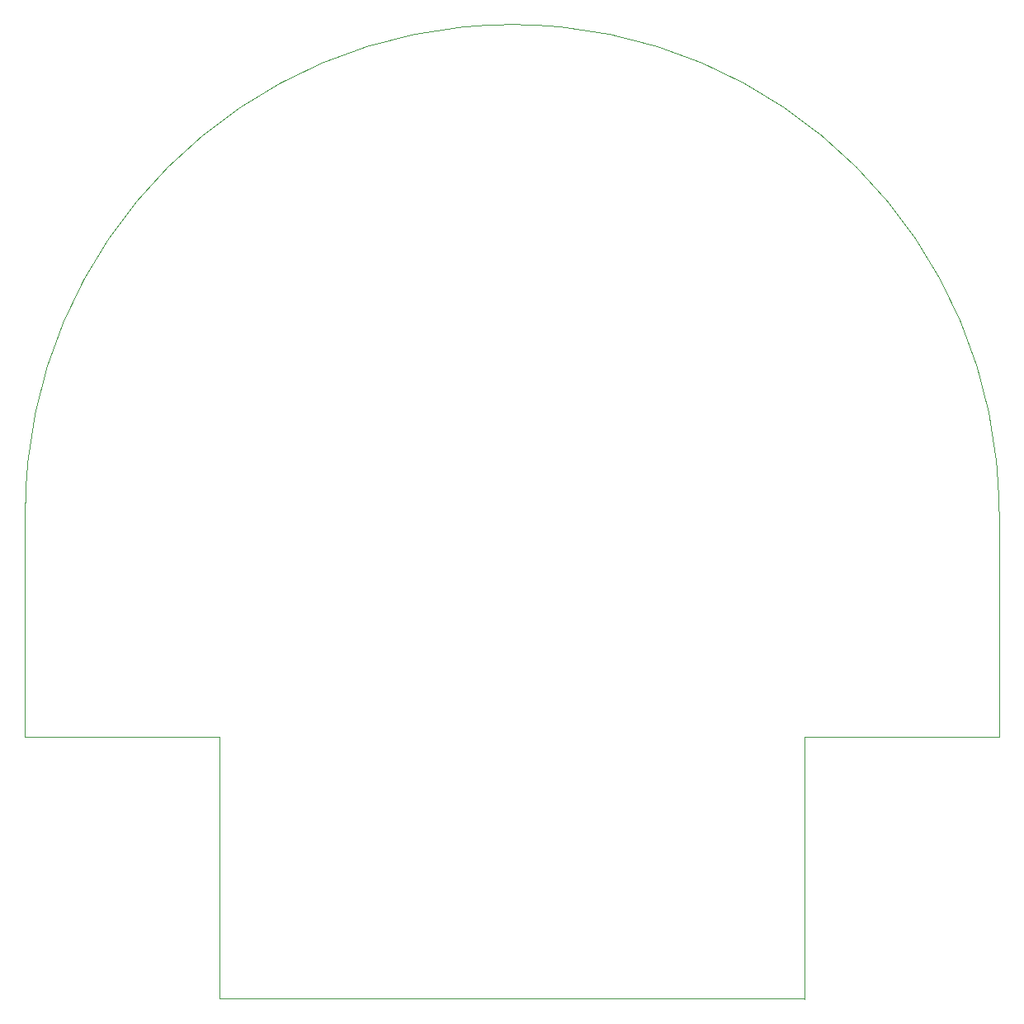
<source format=gbr>
%TF.GenerationSoftware,KiCad,Pcbnew,7.0.1*%
%TF.CreationDate,2023-08-15T21:04:50-03:00*%
%TF.ProjectId,BoverJr_PCBWAY,426f7665-724a-4725-9f50-43425741592e,rev?*%
%TF.SameCoordinates,Original*%
%TF.FileFunction,Paste,Bot*%
%TF.FilePolarity,Positive*%
%FSLAX46Y46*%
G04 Gerber Fmt 4.6, Leading zero omitted, Abs format (unit mm)*
G04 Created by KiCad (PCBNEW 7.0.1) date 2023-08-15 21:04:50*
%MOMM*%
%LPD*%
G01*
G04 APERTURE LIST*
%TA.AperFunction,Profile*%
%ADD10C,0.100000*%
%TD*%
G04 APERTURE END LIST*
D10*
X199950000Y-79800000D02*
G75*
G03*
X100050000Y-79800000I-49950000J0D01*
G01*
X120000000Y-129750000D02*
X120000000Y-102900000D01*
X180000000Y-102900000D02*
X200000000Y-102900000D01*
X180000000Y-129850000D02*
X180000000Y-102900000D01*
X120000000Y-102900000D02*
X100000000Y-102900000D01*
X100000000Y-102900000D02*
X100000000Y-79800000D01*
X200000000Y-102900000D02*
X200000000Y-79800000D01*
X120000000Y-129750000D02*
X180000000Y-129800000D01*
M02*

</source>
